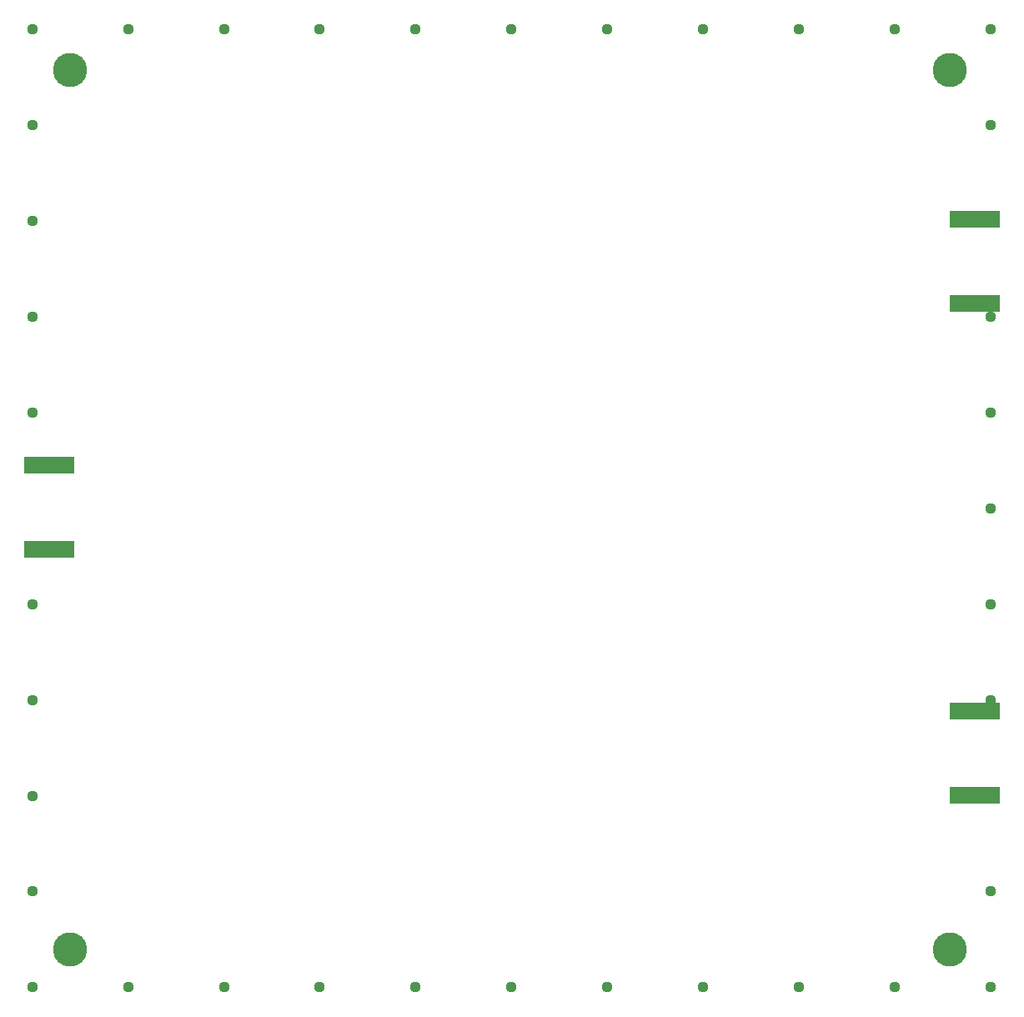
<source format=gbr>
G04 EAGLE Gerber X2 export*
%TF.Part,Single*%
%TF.FileFunction,Soldermask,Bot,1*%
%TF.FilePolarity,Negative*%
%TF.GenerationSoftware,Autodesk,EAGLE,8.7.1*%
%TF.CreationDate,2018-04-02T22:08:27Z*%
G75*
%MOMM*%
%FSLAX34Y34*%
%LPD*%
%AMOC8*
5,1,8,0,0,1.08239X$1,22.5*%
G01*
%ADD10C,3.467106*%
%ADD11R,5.105400X1.803400*%
%ADD12C,1.117600*%


D10*
X50800Y50800D03*
X944118Y50800D03*
X944118Y944118D03*
X50800Y944118D03*
D11*
X30191Y542735D03*
X30191Y457645D03*
X969609Y707455D03*
X969609Y792545D03*
X969609Y207755D03*
X969609Y292845D03*
D12*
X12700Y985520D03*
X12700Y888238D03*
X985520Y499110D03*
X12700Y790956D03*
X12700Y693674D03*
X12700Y596392D03*
X12700Y401828D03*
X12700Y304546D03*
X12700Y207264D03*
X12700Y109982D03*
X12700Y12700D03*
X109982Y12700D03*
X207264Y12700D03*
X304546Y12700D03*
X401828Y12700D03*
X499110Y12700D03*
X596392Y12700D03*
X693674Y12700D03*
X790956Y12700D03*
X888238Y12700D03*
X985520Y12700D03*
X985520Y109982D03*
X985520Y207264D03*
X985520Y304546D03*
X985520Y401828D03*
X985520Y596392D03*
X985520Y693674D03*
X985520Y790956D03*
X985520Y888238D03*
X985520Y985520D03*
X888238Y985520D03*
X790956Y985520D03*
X693674Y985520D03*
X596392Y985520D03*
X499110Y985520D03*
X401828Y985520D03*
X304546Y985520D03*
X207264Y985520D03*
X109982Y985520D03*
M02*

</source>
